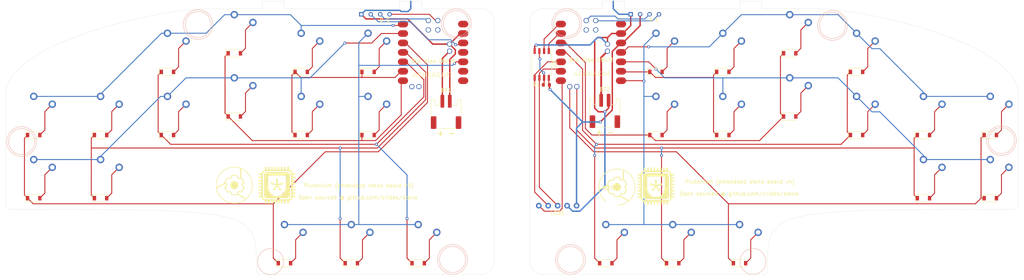
<source format=kicad_pcb>
(kicad_pcb (version 20211014) (generator pcbnew)
  (layers (0 "F.Cu" signal) (31 "B.Cu" signal) (34 "B.Paste" user) (35 "F.Paste" user) (36 "B.SilkS" user "B.Silkscreen") (37 "F.SilkS" user "F.Silkscreen") (38 "B.Mask" user) (39 "F.Mask" user) (44 "Edge.Cuts" user))
  (net 0 "")
  (net 1 "GND")
  (net 2 "Net-(BT1-Pad1)")
  (net 3 "SWD")
  (net 4 "SWC")
  (net 5 "R1")
  (net 6 "C1")
  (net 7 "C2")
  (net 8 "C3")
  (net 9 "C4")
  (net 10 "C5")
  (net 11 "Net-(BT2-Pad1)")
  (net 12 "R2")
  (net 13 "R3")
  (net 14 "+3V3")
  (net 15 "MISO")
  (net 16 "R4")
  (net 17 "R5")
  (net 18 "DQ2")
  (net 19 "FLASH_CS")
  (net 20 "MOSI")
  (net 21 "SCLK")
  (net 22 "LCD_CS")
  (net 26 "3V3_L")
  (net 27 "SWD_L")
  (net 28 "SWC_L")
  (net 29 "C1_L")
  (net 30 "C2_L")
  (net 31 "C3_L")
  (net 32 "C4_L")
  (net 33 "C5_L")
  (net 34 "R6")
  (footprint "xiao:xiao-ble-smd-cutout" (layer "F.Cu") (at 120.615832 72.452025)
    (fp_text reference "U2" hide)
    (fp_text value "xiao-ble" hide)
  )
  (footprint "pg1350:pg1350-D" (layer "F.Cu") (at -29.384171 94.702023)
    (fp_text reference "K1" hide)
    (fp_text value "diode-choc")
  )
  (footprint "pg1350:pg1350-D" (layer "F.Cu") (at -11.384169 94.702025)
    (fp_text reference "K2" hide)
    (fp_text value "diode-choc")
  )
  (footprint "pg1350:pg1350-D" (layer "F.Cu") (at 6.615832 77.702024)
    (fp_text reference "K3" hide)
    (fp_text value "diode-choc")
  )
  (footprint "pg1350:pg1350-D" (layer "F.Cu") (at 24.615832 72.702024)
    (fp_text reference "K4" hide)
    (fp_text value "diode-choc")
  )
  (footprint "pg1350:pg1350-D" (layer "F.Cu") (at 42.615833 77.702022)
    (fp_text reference "K5" hide)
    (fp_text value "diode-choc")
  )
  (footprint "pg1350:pg1350-D" (layer "F.Cu") (at -29.384169 111.702025)
    (fp_text reference "K6" hide)
    (fp_text value "diode-choc")
  )
  (footprint "pg1350:pg1350-D" (layer "F.Cu") (at -11.384169 111.702025)
    (fp_text reference "K7" hide)
    (fp_text value "diode-choc")
  )
  (footprint "pg1350:pg1350-D" (layer "F.Cu") (at 6.615831 94.702025)
    (fp_text reference "K8" hide)
    (fp_text value "diode-choc")
  )
  (footprint "pg1350:pg1350-D" (layer "F.Cu") (at 24.615831 89.702025)
    (fp_text reference "K9" hide)
    (fp_text value "diode-choc")
  )
  (footprint "pg1350:pg1350-D" (layer "F.Cu") (at 42.615831 94.702025)
    (fp_text reference "K10" hide)
    (fp_text value "diode-choc")
  )
  (footprint "pg1350:pg1350-D" (layer "F.Cu") (at 38.115831 129.202025)
    (fp_text reference "K11" hide)
    (fp_text value "diode-choc")
  )
  (footprint "pg1350:pg1350-D" (layer "F.Cu") (at 56.115831 129.202025)
    (fp_text reference "K12" hide)
    (fp_text value "diode-choc")
  )
  (footprint "pg1350:pg1350-D" (layer "F.Cu") (at 74.115831 129.202023)
    (fp_text reference "K13" hide)
    (fp_text value "diode-choc")
  )
  (footprint "pg1350:pg1350-D" (layer "F.Cu") (at 60.615831 94.702025)
    (fp_text reference "K14" hide)
    (fp_text value "diode-choc")
  )
  (footprint "pg1350:pg1350-D" (layer "F.Cu") (at 60.615831 77.702025)
    (fp_text reference "K15" hide)
    (fp_text value "diode-choc")
  )
  (footprint "pg1350:pg1350-D" (layer "F.Cu") (at 228.115832 94.70203)
    (fp_text reference "K16" hide)
    (fp_text value "diode-choc")
  )
  (footprint "pg1350:pg1350-D" (layer "F.Cu") (at 210.115832 94.70203)
    (fp_text reference "K17" hide)
    (fp_text value "diode-choc")
  )
  (footprint "pg1350:pg1350-D" (layer "F.Cu") (at 192.115832 77.70203)
    (fp_text reference "K18" hide)
    (fp_text value "diode-choc")
  )
  (footprint "pg1350:pg1350-D" (layer "F.Cu") (at 174.115832 72.70203)
    (fp_text reference "K19" hide)
    (fp_text value "diode-choc")
  )
  (footprint "pg1350:pg1350-D" (layer "F.Cu") (at 156.115832 77.70203)
    (fp_text reference "K20" hide)
    (fp_text value "diode-choc")
  )
  (footprint "pg1350:pg1350-D" (layer "F.Cu") (at 228.115832 111.70203)
    (fp_text reference "K21" hide)
    (fp_text value "diode-choc")
  )
  (footprint "pg1350:pg1350-D" (layer "F.Cu") (at 210.115832 111.70203)
    (fp_text reference "K22" hide)
    (fp_text value "diode-choc")
  )
  (footprint "pg1350:pg1350-D" (layer "F.Cu") (at 192.115832 94.70203)
    (fp_text reference "K23" hide)
    (fp_text value "diode-choc")
  )
  (footprint "pg1350:pg1350-D" (layer "F.Cu") (at 174.115832 89.70203)
    (fp_text reference "K24" hide)
    (fp_text value "diode-choc")
  )
  (footprint "pg1350:pg1350-D" (layer "F.Cu") (at 156.115832 94.70203)
    (fp_text reference "K25" hide)
    (fp_text value "diode-choc")
  )
  (footprint "pg1350:pg1350-D" (layer "F.Cu") (at 160.615832 129.20203)
    (fp_text reference "K26" hide)
    (fp_text value "diode-choc")
  )
  (footprint "pg1350:pg1350-D" (layer "F.Cu") (at 142.615832 129.20203)
    (fp_text reference "K27" hide)
    (fp_text value "diode-choc")
  )
  (footprint "pg1350:pg1350-D" (layer "F.Cu") (at 124.615832 129.20203)
    (fp_text reference "K28" hide)
    (fp_text value "diode-choc")
  )
  (footprint "pg1350:pg1350-D" (layer "F.Cu") (at 138.115832 94.702025)
    (fp_text reference "K29" hide)
    (fp_text value "diode-choc")
  )
  (footprint "pg1350:pg1350-D" (layer "F.Cu") (at 138.115832 77.70203)
    (fp_text reference "K30" hide)
    (fp_text value "diode-choc")
  )
  (footprint "keeb-libs:debug-port-single-side" (layer "F.Cu") (at 62.615831 62.202025)
    (fp_text reference "J1" hide)
    (fp_text value "Conn_01x04" hide)
  )
  (footprint "Keebio-parts:breakaway-hole-big" (layer "F.Cu") (at 125.615832 60.702025)
    (fp_text reference "REF**" hide)
    (fp_text value "breakaway-hole-big" hide)
  )
  (footprint "MountingHole:MountingHole_3.2mm_M3" (layer "F.Cu") (at 91.115831 128.702025)
    (fp_text reference "H2" hide)
    (fp_text value "MountingHole")
  )
  (footprint "MountingHole:MountingHole_3.2mm_M3" (layer "F.Cu") (at 107.615832 128.702025)
    (fp_text reference "H3" hide)
    (fp_text value "MountingHole")
  )
  (footprint "Keebio-parts:breakaway-hole-big" (layer "F.Cu") (at 124.365832 60.702025)
    (fp_text reference "REF**" hide)
    (fp_text value "breakaway-hole-big" hide)
  )
  (footprint "misc:embedded" (layer "F.Cu") (at 138.115832 108.452025)
    (fp_text reference "REF**" hide)
    (fp_text value "embedded")
  )
  (footprint "Keebio-parts:breakaway-hole-big" (layer "F.Cu") (at 73.115832 60.702025)
    (fp_text reference "REF**" hide)
    (fp_text value "breakaway-hole-big" hide)
  )
  (footprint "Connector_JST:JST_PH_S2B-PH-SM4-TB_1x02-1MP_P2.00mm_Horizontal" (layer "F.Cu") (at 124.365832 88.202025)
    (fp_text reference "BT2")
    (fp_text value "Battery_Cell")
  )
  (footprint "Keebio-parts:breakaway-mousebites" (layer "F.Cu") (at 35.115832 60.702025)
    (fp_text reference "REF**" hide)
    (fp_text value "breakaway-mousebites" hide)
  )
  (footprint "MountingHole:MountingHole_3.2mm_M3" (layer "F.Cu") (at 91.115831 64.202025)
    (fp_text reference "H1" hide)
    (fp_text value "MountingHole")
  )
  (footprint "Keebio-parts:breakaway-hole-big" (layer "F.Cu") (at 127.615832 60.702025)
    (fp_text reference "REF**" hide)
    (fp_text value "breakaway-hole-big" hide)
  )
  (footprint "MountingHole:MountingHole_3.2mm_M3" (layer "F.Cu") (at 126.115832 113.202025)
    (fp_text reference "REF**")
    (fp_text value "MountingHole_3.2mm_M3")
  )
  (footprint "keeb-libs:debug-port-single-side" (layer "F.Cu") (at 135.115832 62.202025)
    (fp_text reference "J2" hide)
    (fp_text value "Conn_01x04" hide)
  )
  (footprint "Package_SO:SOIC-8_5.23x5.23mm_P1.27mm" (layer "F.Cu") (at 107.365832 75.702025 -90)
    (fp_text reference "U3")
    (fp_text value "MT25QL128ABA1ESE")
  )
  (footprint "Resistor_SMD:R_0603_1608Metric" (layer "F.Cu") (at 108.615832 81.202025)
    (fp_text reference "R1")
    (fp_text value "100k")
  )
  (footprint "xiao:xiao-ble-smd" (layer "F.Cu") (at 78.115831 72.452025)
    (fp_text reference "U1" hide)
    (fp_text value "xiao-ble" hide)
  )
  (footprint "Keebio-parts:breakaway-hole-big" (layer "F.Cu") (at 69.865832 60.702025)
    (fp_text reference "REF**" hide)
    (fp_text value "breakaway-hole-big" hide)
  )
  (footprint "misc:embedded" (layer "F.Cu") (at 36.115831 108.202025)
    (fp_text reference "REF**" hide)
    (fp_text value "embedded")
  )
  (footprint "display:adafruit-sharp-memory-display-1.3in-no-mounting-no-useless" (layer "F.Cu") (at 109.115832 96.702025)
    (fp_text reference "LCD1")
    (fp_text value "adafruit-sharp-memory-display-no-useless")
  )
  (footprint "misc:crides-neg" (layer "F.Cu") (at 127.615832 108.702025)
    (fp_text reference "REF**" hide)
    (fp_text value "crides-neg")
  )
  (footprint "MountingHole:MountingHole_3.2mm_M3" (layer "F.Cu") (at 107.615832 64.202025)
    (fp_text reference "H4" hide)
    (fp_text value "MountingHole")
  )
  (footprint "misc:crides-neg" (layer "F.Cu") (at 24.615832 108.202025)
    (fp_text reference "REF**" hide)
    (fp_text value "crides-neg")
  )
  (footprint "Keebio-parts:breakaway-hole-big" (layer "F.Cu") (at 128.865832 60.702025)
    (fp_text reference "REF**" hide)
    (fp_text value "breakaway-hole-big" hide)
  )
  (footprint "Keebio-parts:breakaway-hole-big" (layer "F.Cu") (at 74.365832 60.702025)
    (fp_text reference "REF**" hide)
    (fp_text value "breakaway-hole-big" hide)
  )
  (footprint "Keebio-parts:breakaway-hole-big" (layer "F.Cu") (at 71.115832 60.702025)
    (fp_text reference "REF**" hide)
    (fp_text value "breakaway-hole-big" hide)
  )
  (footprint "Connector_JST:JST_PH_S2B-PH-SM4-TB_1x02-1MP_P2.00mm_Horizontal" (layer "F.Cu") (at 81.615831 88.452025)
    (fp_text reference "BT1")
    (fp_text value "Battery_Cell")
  )
  (footprint "Keebio-parts:breakaway-mousebites" (layer "B.Cu") (at 163.615832 60.702035 180)
    (fp_text reference "REF**" hide)
    (fp_text value "breakaway-mousebites" hide)
  )
  (gr_circle (center 185.615832 65.202025) (end 189.615831 65.202023) (layer "B.SilkS") (width 0.12) (fill none))
  (gr_circle (center 164.222757 128.730479) (end 167.543825 129.835246) (layer "B.SilkS") (width 0.12) (fill none))
  (gr_circle (center 231.115835 96.202025) (end 234.911338 97.464622) (layer "B.SilkS") (width 0.12) (fill none))
  (gr_circle (center 231.115835 96.202025) (end 234.436899 97.306796) (layer "B.SilkS") (width 0.12) (fill none))
  (gr_circle (center 34.370377 128.776788) (end 37.691445 127.672017) (layer "B.SilkS") (width 0.12) (fill none))
  (gr_circle (center -32.634169 96.452025) (end -29.313102 95.347254) (layer "B.SilkS") (width 0.12) (fill none))
  (gr_circle (center -32.634169 96.452025) (end -28.838663 95.189432) (layer "B.SilkS") (width 0.12) (fill none))
  (gr_circle (center 115.115832 128.202025) (end 118.436899 127.097254) (layer "B.SilkS") (width 0.12) (fill none))
  (gr_circle (center 114.115832 64.702025) (end 117.436899 63.597254) (layer "B.SilkS") (width 0.12) (fill none))
  (gr_circle (center 84.365831 64.702025) (end 87.686898 63.597254) (layer "B.SilkS") (width 0.12) (fill none))
  (gr_circle (center 115.115832 128.202025) (end 118.911338 126.939432) (layer "B.SilkS") (width 0.12) (fill none))
  (gr_circle (center 14.865831 64.952025) (end 18.186898 63.847254) (layer "B.SilkS") (width 0.12) (fill none))
  (gr_circle (center 84.365831 64.702025) (end 88.161337 63.439432) (layer "B.SilkS") (width 0.12) (fill none))
  (gr_circle (center 83.365831 128.202025) (end 86.686898 127.097254) (layer "B.SilkS") (width 0.12) (fill none))
  (gr_circle (center 185.61583 65.202026) (end 189.115828 65.202023) (layer "B.SilkS") (width 0.12) (fill none))
  (gr_circle (center 83.365831 128.202025) (end 87.161337 126.939432) (layer "B.SilkS") (width 0.12) (fill none))
  (gr_circle (center 14.865831 64.952025) (end 18.661337 63.689432) (layer "B.SilkS") (width 0.12) (fill none))
  (gr_circle (center 114.115832 64.702025) (end 117.911338 63.439432) (layer "B.SilkS") (width 0.12) (fill none))
  (gr_curve (pts (xy -36.88417 83.702021) (xy -36.884169 69.702025) (xy 5.115831 60.702025) (xy 17.115828 60.702025)) (layer "Edge.Cuts") (width 0.05))
  (gr_curve (pts (xy -35.884169 114.702021) (xy 30.615831 114.702025) (xy 30.615831 114.702025) (xy 30.615834 131.202022)) (layer "Edge.Cuts") (width 0.05))
  (gr_line (start 31.615831 132.202023) (end 91.115831 132.202025) (layer "Edge.Cuts") (width 0.05))
  (gr_line (start 123.615832 58.702035) (end 129.615832 58.702035) (layer "Edge.Cuts") (width 0.05))
  (gr_curve (pts (xy 234.615833 114.702031) (xy 168.115833 114.702035) (xy 168.115833 114.702035) (xy 168.11583 131.202032)) (layer "Edge.Cuts") (width 0.05))
  (gr_line (start 75.115832 58.702025) (end 69.115832 58.702025) (layer "Edge.Cuts") (width 0.05))
  (gr_line (start 160.615832 60.702035) (end 129.615832 60.702035) (layer "Edge.Cuts") (width 0.05))
  (gr_arc (start 91.115833 60.702025) (mid 93.590706 61.727152) (end 94.615831 64.202025) (layer "Edge.Cuts") (width 0.05))
  (gr_line (start 32.115832 60.702025) (end 32.115832 58.702025) (layer "Edge.Cuts") (width 0.05))
  (gr_line (start 75.115832 60.702025) (end 91.115833 60.702025) (layer "Edge.Cuts") (width 0.05))
  (gr_line (start 75.115832 58.702025) (end 75.115832 60.702025) (layer "Edge.Cuts") (width 0.05))
  (gr_arc (start 107.615833 132.202035) (mid 105.140959 131.176909) (end 104.115833 128.702035) (layer "Edge.Cuts") (width 0.05))
  (gr_line (start 17.115828 60.702025) (end 32.115832 60.702025) (layer "Edge.Cuts") (width 0.05))
  (gr_line (start 38.115832 60.702025) (end 69.115832 60.702025) (layer "Edge.Cuts") (width 0.05))
  (gr_arc (start 168.11583 131.202032) (mid 167.822937 131.909137) (end 167.115832 132.20203) (layer "Edge.Cuts") (width 0.05))
  (gr_line (start 94.615831 64.202025) (end 94.615831 128.702025) (layer "Edge.Cuts") (width 0.05))
  (gr_arc (start 31.615832 132.20202) (mid 30.908727 131.909127) (end 30.615834 131.202022) (layer "Edge.Cuts") (width 0.05))
  (gr_line (start 181.615836 60.702035) (end 166.615832 60.702035) (layer "Edge.Cuts") (width 0.05))
  (gr_line (start 123.615832 58.702035) (end 123.615832 60.702035) (layer "Edge.Cuts") (width 0.05))
  (gr_line (start 69.115832 60.702025) (end 69.115832 58.702025) (layer "Edge.Cuts") (width 0.05))
  (gr_line (start -36.884168 113.702022) (end -36.88417 83.702021) (layer "Edge.Cuts") (width 0.05))
  (gr_arc (start -35.884169 114.702021) (mid -36.591275 114.409128) (end -36.884168 113.702022) (layer "Edge.Cuts") (width 0.05))
  (gr_line (start 104.115833 64.202035) (end 104.115833 128.702035) (layer "Edge.Cuts") (width 0.05))
  (gr_arc (start 94.615831 128.702025) (mid 93.590705 131.176899) (end 91.115831 132.202025) (layer "Edge.Cuts") (width 0.05))
  (gr_line (start 38.115832 58.702025) (end 38.115832 60.702025) (layer "Edge.Cuts") (width 0.05))
  (gr_arc (start 104.115833 64.202035) (mid 105.140958 61.727162) (end 107.615831 60.702035) (layer "Edge.Cuts") (width 0.05))
  (gr_line (start 160.615832 58.702035) (end 166.615832 58.702035) (layer "Edge.Cuts") (width 0.05))
  (gr_line (start 167.115833 132.202033) (end 107.615833 132.202035) (layer "Edge.Cuts") (width 0.05))
  (gr_arc (start 235.615832 113.702032) (mid 235.322939 114.409138) (end 234.615833 114.702031) (layer "Edge.Cuts") (width 0.05))
  (gr_line (start 166.615832 60.702035) (end 166.615832 58.702035) (layer "Edge.Cuts") (width 0.05))
  (gr_line (start 160.615832 58.702035) (end 160.615832 60.702035) (layer "Edge.Cuts") (width 0.05))
  (gr_line (start 123.615832 60.702035) (end 107.615831 60.702035) (layer "Edge.Cuts") (width 0.05))
  (gr_line (start 129.615832 60.702035) (end 129.615832 58.702035) (layer "Edge.Cuts") (width 0.05))
  (gr_line (start 235.615832 113.702032) (end 235.615834 83.702031) (layer "Edge.Cuts") (width 0.05))
  (gr_curve (pts (xy 235.615834 83.702031) (xy 235.615833 69.702035) (xy 193.615833 60.702035) (xy 181.615836 60.702035)) (layer "Edge.Cuts") (width 0.05))
  (gr_line (start 38.115832 58.702025) (end 32.115832 58.702025) (layer "Edge.Cuts") (width 0.05))
  (gr_text "+ -" (at 81.615831 94.202025) (layer "F.SilkS") (effects (font (size 1.5 1.5) (thickness 0.3))))
  (gr_text "BLE Xiao ONLY!" (at 120.615832 74.452025) (layer "F.SilkS") (effects (font (size 1 1))))
  (gr_text "+ -" (at 124.365832 93.952025) (layer "F.SilkS") (effects (font (size 1.5 1.5) (thickness 0.3))))
  (gr_text "  Plutonium (embedded steno board v4)\n\nOpen sourced @ github.com/crides/steno" (at 144.365832 108.880599) (layer "F.SilkS") (effects (font (size 1 1)) (justify left)))
  (gr_text "BLE Xiao ONLY!" (at 78.115831 74.807025) (layer "F.SilkS") (effects (font (size 1 1))))
  (gr_text "JLCJLCJLCJLC" (at 77.615831 78.452025) (layer "F.SilkS") (effects (font (size 1 1))))
  (gr_text "JLCJLCJLCJLC" (at 120.865832 78.202025) (layer "F.SilkS") (effects (font (size 1 1))))
  (gr_text "  Plutonium (embedded steno board v4)\n\nOpen sourced @ github.com/crides/steno" (at 41.767562 109.887816) (layer "F.SilkS") (effects (font (size 1 1)) (justify left)))
  (segment (start 121.615832 70.230025) (end 121.615832 69.202025) (width 0.381) (layer "F.Cu") (net 1))
  (segment (start 85.418831 67.372025) (end 82.560831 70.230025) (width 0.381) (layer "F.Cu") (net 1))
  (segment (start 122.615832 88.452025) (end 124.365832 88.452025) (width 0.381) (layer "F.Cu") (net 1))
  (segment (start 58.805831 62.202025) (end 60.055831 63.452025) (width 0.381) (layer "F.Cu") (net 1))
  (segment (start 122.365832 68.452025) (end 125.115832 68.452025) (width 0.381) (layer "F.Cu") (net 1))
  (segment (start 84.115831 71.785025) (end 84.115831 72.879525) (width 0.381) (layer "F.Cu") (net 1))
  (segment (start 82.615831 74.379525) (end 82.615831 85.602025) (width 0.381) (layer "F.Cu") (net 1))
  (segment (start 131.305832 62.202025) (end 131.305832 65.251985) (width 0.381) (layer "F.Cu") (net 1))
  (segment (start 125.365832 87.452025) (end 125.365832 85.352025) (width 0.381) (layer "F.Cu") (net 1))
  (segment (start 129.185792 67.372025) (end 126.195832 67.372025) (width 0.381) (layer "F.Cu") (net 1))
  (segment (start 121.615832 70.230025) (end 121.615832 87.452025) (width 0.381) (layer "F.Cu") (net 1))
  (segment (start 71.260831 63.452025) (end 78.038831 70.230025) (width 0.381) (layer "F.Cu") (net 1))
  (segment (start 131.305832 65.251985) (end 129.185792 67.372025) (width 0.381) (layer "F.Cu") (net 1))
  (segment (start 105.460832 70.857025) (end 105.460832 72.102025) (width 0.381) (layer "F.Cu") (net 1))
  (segment (start 105.865832 70.452025) (end 105.460832 70.857025) (width 0.381) (layer "F.Cu") (net 1))
  (segment (start 60.055831 63.452025) (end 71.260831 63.452025) (width 0.381) (layer "F.Cu") (net 1))
  (segment (start 121.615832 87.452025) (end 122.615832 88.452025) (width 0.381) (layer "F.Cu") (net 1))
  (segment (start 121.615832 69.202025) (end 122.365832 68.452025) (width 0.381) (layer "F.Cu") (net 1))
  (segment (start 84.115831 72.879525) (end 82.615831 74.379525) (width 0.381) (layer "F.Cu") (net 1))
  (segment (start 124.365832 88.452025) (end 125.365832 87.452025) (width 0.381) (layer "F.Cu") (net 1))
  (segment (start 86.685791 67.372025) (end 85.418831 67.372025) (width 0.381) (layer "F.Cu") (net 1))
  (segment (start 125.060832 68.507025) (end 125.060832 70.230025) (width 0.381) (layer "F.Cu") (net 1))
  (segment (start 126.195832 67.372025) (end 125.060832 68.507025) (width 0.381) (layer "F.Cu") (net 1))
  (segment (start 78.038831 70.230025) (end 82.560831 70.230025) (width 0.381) (layer "F.Cu") (net 1))
  (segment (start 82.560831 70.230025) (end 84.115831 71.785025) (width 0.381) (layer "F.Cu") (net 1))
  (via (at 124.365832 88.452025) (size 0.8) (drill 0.4) (layers "F.Cu" "B.Cu") (net 1))
  (via (at 105.865832 70.452025) (size 0.8) (drill 0.4) (layers "F.Cu" "B.Cu") (net 1))
  (segment (start 120.365832 70.452025) (end 122.365832 68.452025) (width 0.381) (layer "B.Cu") (net 1))
  (segment (start 69.511482 61.452025) (end 71.365832 61.452025) (width 0.381) (layer "B.Cu") (net 1))
  (segment (start 115.677832 115.202025) (end 117.615832 115.202025) (width 0.381) (layer "B.Cu") (net 1))
  (segment (start 131.305832 62.202025) (end 128.115832 62.202025) (width 0.381) (layer "B.Cu") (net 1))
  (segment (start 58.805831 62.202025) (end 59.865811 61.142045) (width 0.381) (layer "B.Cu") (net 1))
  (segment (start 117.615832 115.202025) (end 124.365832 108.452025) (width 0.381) (layer "B.Cu") (net 1))
  (segment (start 59.865811 61.142045) (end 69.201502 61.142045) (width 0.381) (layer "B.Cu") (net 1))
  (segment (start 114.195832 113.720025) (end 115.677832 115.202025) (width 0.381) (layer "B.Cu") (net 1))
  (segment (start 72.115832 60.702025) (end 72.115832 58.702025) (width 0.381) (layer "B.Cu") (net 1))
  (segment (start 69.201502 61.142045) (end 69.511482 61.452025) (width 0.381) (layer "B.Cu") (net 1))
  (segment (start 124.365832 108.452025) (end 124.365832 88.452025) (width 0.381) (layer "B.Cu") (net 1))
  (segment (start 126.615832 60.702025) (end 126.615832 58.702025) (width 0.381) (layer "B.Cu") (net 1))
  (segment (start 122.365832 68.452025) (end 123.282832 68.452025) (width 0.381) (layer "B.Cu") (net 1))
  (segment (start 128.115832 62.202025) (end 126.615832 60.702025) (width 0.381) (layer "B.Cu") (net 1))
  (segment (start 123.282832 68.452025) (end 125.060832 70.230025) (width 0.381) (layer "B.Cu") (net 1))
  (segment (start 71.365832 61.452025) (end 72.115832 60.702025) (width 0.381) (layer "B.Cu") (net 1))
  (segment (start 105.865832 70.452025) (end 120.365832 70.452025) (width 0.381) (layer "B.Cu") (net 1))
  (segment (start 80.615831 85.602025) (end 80.615831 74.080025) (width 0.381) (layer "F.Cu") (net 2))
  (segment (start 80.615831 74.080025) (end 82.560831 72.135025) (width 0.381) (layer "F.Cu") (net 2))
  (segment (start 120.523832 62.702025) (end 127.115832 62.702025) (width 0.254) (layer "B.Cu") (net 3))
  (segment (start 119.345832 63.880025) (end 120.523832 62.702025) (width 0.254) (layer "B.Cu") (net 3))
  (segment (start 127.865832 63.452025) (end 135.135832 63.452025) (width 0.254) (layer "B.Cu") (net 3))
  (segment (start 127.115832 62.702025) (end 127.865832 63.452025) (width 0.254) (layer "B.Cu") (net 3))
  (segment (start 135.135832 63.452025) (end 136.385832 62.202025) (width 0.254) (layer "B.Cu") (net 3))
  (segment (start 137.175832 63.952025) (end 138.925832 62.202025) (width 0.254) (layer "B.Cu") (net 4))
  (segment (start 121.957832 63.952025) (end 137.175832 63.952025) (width 0.254) (layer "B.Cu") (net 4))
  (segment (start 121.885832 63.880025) (end 121.957832 63.952025) (width 0.254) (layer "B.Cu") (net 4))
  (segment (start 136.115832 70.952025) (end 130.685792 70.952025) (width 0.254) (layer "F.Cu") (net 5))
  (segment (start 130.685792 70.952025) (end 129.185792 72.452025) (width 0.254) (layer "F.Cu") (net 5))
  (via (at 136.115832 70.952025) (size 0.8) (drill 0.4) (layers "F.Cu" "B.Cu") (net 5))
  (segment (start 210.115831 84.302031) (end 228.11583 84.302033) (width 0.254) (layer "B.Cu") (net 5))
  (segment (start 198.365832 71.45203) (end 210.115832 83.20203) (width 0.254) (layer "B.Cu") (net 5))
  (segment (start 192.115833 67.302031) (end 196.265832 71.45203) (width 0.254) (layer "B.Cu") (net 5))
  (segment (start 196.265832 71.45203) (end 198.365832 71.45203) (width 0.254) (layer "B.Cu") (net 5))
  (segment (start 161.115834 62.302028) (end 187.11583 62.302028) (width 0.254) (layer "B.Cu") (net 5))
  (segment (start 152.465837 70.952025) (end 156.115832 67.30203) (width 0.254) (layer "B.Cu") (net 5))
  (segment (start 187.11583 62.302028) (end 192.115834 67.30203) (width 0.254) (layer "B.Cu") (net 5))
  (segment (start 136.115832 70.952025) (end 152.465837 70.952025) (width 0.254) (layer "B.Cu") (net 5))
  (segment (start 156.115832 67.30203) (end 161.115834 62.302028) (width 0.254) (layer "B.Cu") (net 5))
  (segment (start 210.115832 83.20203) (end 210.115832 84.30203) (width 0.254) (layer "B.Cu") (net 5))
  (segment (start 226.46583 111.702029) (end 225.61583 111.702029) (width 0.254) (layer "F.Cu") (net 6))
  (segment (start 157.615832 113.20203) (end 157.615832 117.20203) (width 0.254) (layer "F.Cu") (net 6))
  (segment (start 157.615832 113.20203) (end 143.615827 99.202025) (width 0.254) (layer "F.Cu") (net 6))
  (segment (start 224.115829 113.20203) (end 157.615832 113.20203) (width 0.254) (layer "F.Cu") (net 6))
  (segment (start 143.615827 99.202025) (end 121.365832 99.202025) (width 0.254) (layer "F.Cu") (net 6))
  (segment (start 157.615832 127.852037) (end 157.615831 117.202027) (width 0.254) (layer "F.Cu") (net 6))
  (segment (start 121.365832 99.202025) (end 114.900832 92.737025) (width 0.254) (layer "F.Cu") (net 6))
  (segment (start 225.61583 111.702029) (end 225.61583 95.552027) (width 0.254) (layer "F.Cu") (net 6))
  (segment (start 225.61583 95.552027) (end 226.465826 94.702029) (width 0.254) (layer "F.Cu") (net 6))
  (segment (start 114.900832 92.737025) (end 114.900832 81.660025) (width 0.254) (layer "F.Cu") (net 6))
  (segment (start 158.965828 129.20203) (end 157.615832 127.852037) (width 0.254) (layer "F.Cu") (net 6))
  (segment (start 225.61583 111.702029) (end 224.115829 113.20203) (width 0.254) (layer "F.Cu") (net 6))
  (segment (start 207.615828 110.852032) (end 208.465829 111.70203) (width 0.254) (layer "F.Cu") (net 7))
  (segment (start 140.965829 129.202024) (end 139.615834 127.852035) (width 0.254) (layer "F.Cu") (net 7))
  (segment (start 139.615833 117.20203) (end 139.615832 100.202025) (width 0.254) (layer "F.Cu") (net 7))
  (segment (start 207.615832 95.55203) (end 207.615832 98.202025) (width 0.254) (layer "F.Cu") (net 7))
  (segment (start 208.465832 94.70203) (end 207.615832 95.55203) (width 0.254) (layer "F.Cu") (net 7))
  (segment (start 139.615834 127.852035) (end 139.615833 117.20203) (width 0.254) (layer "F.Cu") (net 7))
  (segment (start 207.615832 98.202025) (end 207.615832 110.852028) (width 0.254) (layer "F.Cu") (net 7))
  (segment (start 116.805832 81.660025) (end 116.805832 93.392025) (width 0.254) (layer "F.Cu") (net 7))
  (segment (start 139.615832 98.202025) (end 207.615832 98.202025) (width 0.254) (layer "F.Cu") (net 7))
  (segment (start 116.805832 93.392025) (end 121.615832 98.202025) (width 0.254) (layer "F.Cu") (net 7))
  (segment (start 121.615832 98.202025) (end 139.615832 98.202025) (width 0.254) (layer "F.Cu") (net 7))
  (via (at 139.615832 100.202025) (size 0.8) (drill 0.4) (layers "F.Cu" "B.Cu") (net 7))
  (via (at 139.615832 98.202025) (size 0.8) (drill 0.4) (layers "F.Cu" "B.Cu") (net 7))
  (segment (start 139.615832 100.202025) (end 139.615832 98.202025) (width 0.254) (layer "B.Cu") (net 7))
  (segment (start 190.465828 77.70203) (end 189.615828 78.552032) (width 0.254) (layer "F.Cu") (net 8))
  (segment (start 189.615828 78.552032) (end 189.61583 93.852029) (width 0.254) (layer "F.Cu") (net 8))
  (segment (start 189.61583 93.852029) (end 190.465829 94.702029) (width 0.254) (layer "F.Cu") (net 8))
  (segment (start 121.615832 127.85203) (end 122.965832 129.20203) (width 0.254) (layer "F.Cu") (net 8))
  (segment (start 121.615832 100.202025) (end 121.615832 127.85203) (width 0.254) (layer "F.Cu") (net 8))
  (segment (start 113.865832 72.452025) (end 118.365832 76.952025) (width 0.254) (layer "F.Cu") (net 8))
  (segment (start 118.365832 93.452025) (end 122.115837 97.20203) (width 0.254) (layer "F.Cu") (net 8))
  (segment (start 122.115837 97.20203) (end 187.965832 97.20203) (width 0.254) (layer "F.Cu") (net 8))
  (segment (start 112.045872 72.452025) (end 113.865832 72.452025) (width 0.254) (layer "F.Cu") (net 8))
  (segment (start 187.965832 97.20203) (end 190.465832 94.70203) (width 0.254) (layer "F.Cu") (net 8))
  (segment (start 118.365832 76.952025) (end 118.365832 93.452025) (width 0.254) (layer "F.Cu") (net 8))
  (via (at 122.115837 97.20203) (size 0.8) (drill 0.4) (layers "F.Cu" "B.Cu") (net 8))
  (via (at 121.615832 100.202025) (size 0.8) (drill 0.4) (layers "F.Cu" "B.Cu") (net 8))
  (segment (start 121.615832 100.202025) (end 121.615832 97.702035) (width 0.254) (layer "B.Cu") (net 8))
  (segment (start 121.615832 97.702035) (end 122.115837 97.20203) (width 0.254) (layer "B.Cu") (net 8))
  (segment (start 172.465827 72.702028) (end 171.61583 73.552026) (width 0.254) (layer "F.Cu") (net 9))
  (segment (start 171.615834 88.852032) (end 172.465826 89.702032) (width 0.254) (layer "F.Cu") (net 9))
  (segment (start 171.61583 73.552026) (end 171.615834 88.852032) (width 0.254) (layer "F.Cu") (net 9))
  (segment (start 120.865832 94.702025) (end 119.115832 92.952025) (width 0.254) (layer "F.Cu") (net 9))
  (segment (start 113.825832 69.912025) (end 112.045872 69.912025) (width 0.254) (layer "F.Cu") (net 9))
  (segment (start 137.965837 96.20203) (end 165.965832 96.202031) (width 0.254) (layer "F.Cu") (net 9))
  (segment (start 136.465832 94.702025) (end 137.965837 96.20203) (width 0.254) (layer "F.Cu") (net 9))
  (segment (start 136.465832 94.702025) (end 120.865832 94.702025) (width 0.254) (layer "F.Cu") (net 9))
  (segment (start 119.115832 75.202025) (end 113.825832 69.912025) (width 0.254) (layer "F.Cu") (net 9))
  (segment (start 119.115832 92.952025) (end 119.115832 75.202025) (width 0.254) (layer "F.Cu") (net 9))
  (segment (start 165.965832 96.202031) (end 172.465829 89.702034) (width 0.254) (layer "F.Cu") (net 9))
  (segment (start 154.465831 94.702029) (end 154.465825 94.70203) (width 0.254) (layer "F.Cu") (net 10))
  (segment (start 154.465829 77.702024) (end 153.615827 78.552031) (width 0.254) (layer "F.Cu") (net 10))
  (segment (start 153.615827 93.852032) (end 154.465825 94.70203) (width 0.254) (layer "F.Cu") (net 10))
  (segment (start 136.465832 77.70203) (end 137.965837 79.202035) (width 0.254) (layer "F.Cu") (net 10))
  (segment (start 153.615827 78.552031) (end 153.615827 79.202035) (width 0.254) (layer "F.Cu") (net 10))
  (segment (start 136.465832 77.70203) (end 129.355797 77.70203) (width 0.254) (layer "F.Cu") (net 10))
  (segment (start 129.355797 77.70203) (end 129.185792 77.532025) (width 0.254) (layer "F.Cu") (net 10))
  (segment (start 153.615827 79.202035) (end 153.615827 93.852032) (width 0.254) (layer "F.Cu") (net 10))
  (segment (start 137.965837 79.202035) (end 153.615827 79.202035) (width 0.254) (layer "F.Cu") (net 10))
  (segment (start 123.365832 85.352025) (end 123.365832 73.830025) (width 0.508) (layer "F.Cu") (net 11))
  (segment (start 123.365832 73.830025) (end 125.060832 72.135025) (width 0.508) (layer "F.Cu") (net 11))
  (segment (start 136.155832 74.992025) (end 129.185792 74.992025) (width 0.254) (layer "F.Cu") (net 12))
  (segment (start 138.115832 76.952025) (end 136.155832 74.992025) (width 0.254) (layer "F.Cu") (net 12))
  (via (at 138.115832 76.952025) (size 0.8) (drill 0.4) (layers "F.Cu" "B.Cu") (net 12))
  (segment (start 210.115831 101.302029) (end 228.115827 101.30203) (width 0.254) (layer "B.Cu") (net 12))
  (segment (start 228.115827 101.30203) (end 228.115829 101.302029) (width 0.254) (layer "B.Cu") (net 12))
  (segment (start 198.365832 88.45203) (end 210.11583 100.202028) (width 0.254) (layer "B.Cu") (net 12))
  (segment (start 156.115832 84.30203) (end 156.115832 79.30203) (width 0.254) (layer "B.Cu") (net 12))
  (segment (start 156.115832 79.30203) (end 187.115834 79.30203) (width 0.254) (layer "B.Cu") (net 12))
  (segment (start 140.465837 79.30203) (end 156.115832 79.30203) (width 0.254) (layer "B.Cu") (net 12))
  (segment (start 189.115829 81.302025) (end 192.115829 84.30203) (width 0.254) (layer "B.Cu") (net 12))
  (segment (start 196.265833 88.45203) (end 198.365832 88.45203) (width 0.254) (layer "B.Cu") (net 12))
  (segment (start 187.115834 79.30203) (end 189.115829 81.302025) (width 0.254) (layer "B.Cu") (net 12))
  (segment (start 192.115829 84.302026) (end 196.265833 88.45203) (width 0.254) (layer "B.Cu") (net 12))
  (segment (start 138.115832 76.952025) (end 140.465837 79.30203) (width 0.254) (layer "B.Cu") (net 12))
  (segment (start 210.11583 100.202028) (end 210.11583 101.302033) (width 0.254) (layer "B.Cu") (net 12))
  (segment (start 134.735832 80.072025) (end 129.185792 80.072025) (width 0.254) (layer "F.Cu") (net 13))
  (segment (start 134.865832 80.202025) (end 134.735832 80.072025) (width 0.254) (layer "F.Cu") (net 13))
  (via (at 134.865832 80.202025) (size 0.8) (drill 0.4) (layers "F.Cu" "B.Cu") (net 13))
  (segment (start 138.115831 84.302034) (end 138.115834 84.302028) (width 0.254) (layer "B.Cu") (net 13))
  (segment (start 160.615831 118.802033) (end 160.615834 118.802033) (width 0.254) (layer "B.Cu") (net 13))
  (segment (start 134.865832 84.302025) (end 134.865832 80.202025) (width 0.254) (layer "B.Cu") (net 13))
  (segment (start 134.865832 80.202025) (end 134.865832 70.55203) (width 0.254) (layer "B.Cu") (net 13))
  (segment (start 135.015828 118.802029) (end 160.615831 118.802033) (width 0.254) (layer "B.Cu") (net 13))
  (segment (start 124.615829 118.802028) (end 135.015828 118.802029) (width 0.254) (layer "B.Cu") (net 13))
  (segment (start 134.865832 84.302025) (end 134.865832 118.652033) (width 0.254) (layer "B.Cu") (net 13))
  (segment (start 138.115832 84.302025) (end 134.865832 84.302025) (width 0.254) (layer "B.Cu") (net 13))
  (segment (start 134.865832 70.55203) (end 138.115832 67.30203) (width 0.254) (layer "B.Cu") (net 13))
  (segment (start 128.655832 69.912025) (end 129.185792 69.912025) (width 0.381) (layer "F.Cu") (net 14))
  (segment (start 109.270832 81.032025) (end 109.440832 81.202025) (width 0.254) (layer "F.Cu") (net 14))
  (segment (start 126.365832 72.202025) (end 128.655832 69.912025) (width 0.381) (layer "F.Cu") (net 14))
  (segment (start 109.440832 82.277025) (end 109.615832 82.452025) (width 0.381) (layer "F.Cu") (net 14))
  (segment (start 109.270832 79.302025) (end 109.270832 81.032025) (width 0.254) (layer "F.Cu") (net 14))
  (segment (start 129.185792 69.912025) (end 133.845832 65.251985) (width 0.381) (layer "F.Cu") (net 14))
  (segment (start 123.115832 91.202025) (end 126.365832 87.952025) (width 0.381) (layer "F.Cu") (net 14))
  (segment (start 126.365832 87.952025) (end 126.365832 72.202025) (width 0.381) (layer "F.Cu") (net 14))
  (segment (start 133.845832 65.251985) (end 133.845832 62.202025) (width 0.381) (layer "F.Cu") (net 14))
  (segment (start 109.440832 81.202025) (end 109.440832 82.277025) (width 0.381) (layer "F.Cu") (net 14))
  (via (at 123.115832 91.202025) (size 0.8) (drill 0.4) (layers "F.Cu" "B.Cu") (net 14))
  (via (at 109.615832 82.452025) (size 0.8) (drill 0.4) (layers "F.Cu" "B.Cu") (net 14))
  (segment (start 118.365832 91.202025) (end 116.735832 92.832025) (width 0.381) (layer "B.Cu") (net 14))
  (segment (start 109.615832 82.452025) (end 118.365832 91.202025) (width 0.381) (layer "B.Cu") (net 14))
  (segment (start 123.115832 91.202025) (end 118.365832 91.202025) (width 0.381) (layer "B.Cu") (net 14))
  (segment (start 116.735832 92.832025) (end 116.735832 113.720025) (width 0.381) (layer "B.Cu") (net 14))
  (segment (start 108.000832 72.102025) (end 108.000832 68.877065) (width 0.254) (layer "F.Cu") (net 15))
  (segment (start 108.000832 68.877065) (end 112.045872 64.832025) (width 0.254) (layer "F.Cu") (net 15))
  (segment (start 69.175871 65.202025) (end 69.545871 64.832025) (width 0.254) (layer "F.Cu") (net 16))
  (segment (start 67.365831 65.202025) (end 69.175871 65.202025) (width 0.254) (layer "F.Cu") (net 16))
  (via (at 67.365831 65.202025) (size 0.8) (drill 0.4) (layers "F.Cu" "B.Cu") (net 16))
  (segment (start -29.384165 84.302022) (end -11.384172 84.302022) (width 0.254) (layer "B.Cu") (net 16))
  (segment (start -11.384172 84.302022) (end -11.38417 84.302026) (width 0.254) (layer "B.Cu") (net 16))
  (segment (start -11.384166 83.702022) (end 5.015832 67.302024) (width 0.254) (layer "B.Cu") (net 16))
  (segment (start 39.719352 62.302024) (end 42.615828 65.1985) (width 0.254) (layer "B.Cu") (net 16))
  (segment (start 67.365831 65.202025) (end 67.362311 65.198505) (width 0.254) (layer "B.Cu") (net 16))
  (segment (start -11.384166 84.302028) (end -11.384166 83.702022) (width 0.254) (layer "B.Cu") (net 16))
  (segment (start 22.015832 62.302024) (end 39.719352 62.302024) (width 0.254) (layer "B.Cu") (net 16))
  (segment (start 42.615828 65.1985) (end 42.615828 67.302023) (width 0.254) (layer "B.Cu") (net 16))
  (segment (start 5.015832 67.302024) (end 6.615832 67.302024) (width 0.254) (layer "B.Cu") (net 16))
  (segment (start 6.615832 67.302024) (end 17.015832 67.302024) (width 0.254) (layer "B.Cu") (net 16))
  (segment (start 67.362311 65.198505) (end 42.615833 65.198505) (width 0.254) (layer "B.Cu") (net 16))
  (segment (start 17.015832 67.302024) (end 22.015832 62.302024) (width 0.254) (layer "B.Cu") (net 16))
  (segment (start 54.365831 69.952025) (end 61.606079 69.952025) (width 0.254) (layer "F.Cu") (net 17))
  (segment (start 64.186079 67.372025) (end 69.545871 67.372025) (width 0.254) (layer "F.Cu") (net 17))
  (segment (start 61.606079 69.952025) (end 64.186079 67.372025) (width 0.254) (layer "F.Cu") (net 17))
  (via (at 54.365831 69.952025) (size 0.8) (drill 0.4) (layers "F.Cu" "B.Cu") (net 17))
  (segment (start -11.384169 101.302024) (end -11.384166 101.302026) (width 0.254) (layer "B.Cu") (net 17))
  (segment (start -29.384164 101.302024) (end -11.384169 101.302024) (width 0.254) (layer "B.Cu") (net 17))
  (segment (start 11.615833 79.302023) (end 6.615831 84.302025) (width 0.254) (layer "B.Cu") (net 17))
  (segment (start 42.615831 84.302025) (end 42.615832 79.302028) (width 0.254) (layer "B.Cu") (net 17))
  (segment (start 24.615833 79.302023) (end 11.615833 79.302023) (width 0.254) (layer "B.Cu") (net 17))
  (segment (start 45.015828 79.302028) (end 42.615832 79.302028) (width 0.254) (layer "B.Cu") (net 17))
  (segment (start -11.384165 101.302024) (end -11.384165 100.452021) (width 0.254) (layer "B.Cu") (net 17))
  (segment (start -11.384165 100.452021) (end 4.765831 84.302025) (width 0.254) (layer "B.Cu") (net 17))
  (segment (start 54.365831 69.952025) (end 45.015828 79.302028) (width 0.254) (layer "B.Cu") (net 17))
  (segment (start 24.615828 79.302028) (end 42.615832 79.302028) (width 0.254) (layer "B.Cu") (net 17))
  (segment (start 4.765831 84.302025) (end 6.615831 84.302025) (width 0.254) (layer "B.Cu") (net 17))
  (segment (start 106.730832 74.067025) (end 106.730832 72.102025) (width 0.254) (layer "F.Cu") (net 18))
  (segment (start 106.865832 74.202025) (end 106.730832 74.067025) (width 0.254) (layer "F.Cu") (net 18))
  (segment (start 108.000832 80.992025) (end 108.000832 79.302025) (width 0.254) (layer "F.Cu") (net 18))
  (segment (start 107.790832 81.202025) (end 108.000832 80.992025) (width 0.254) (layer "F.Cu") (net 18))
  (segment (start 107.881808 77.968001) (end 108.000832 78.087025) (width 0.254) (layer "F.Cu") (net 18))
  (segment (start 108.000832 78.087025) (end 108.000832 79.302025) (width 0.254) (layer "F.Cu") (net 18))
  (via (at 106.865832 74.202025) (size 0.8) (drill 0.4) (layers "F.Cu" "B.Cu") (net 18))
  (via (at 107.881808 77.968001) (size 0.8) (drill 0.4) (layers "F.Cu" "B.Cu") (net 18))
  (segment (start 106.865832 76.952025) (end 106.865832 74.202025) (width 0.254) (layer "B.Cu") (net 18))
  (segment (start 107.881808 77.968001) (end 106.865832 76.952025) (width 0.254) (layer "B.Cu") (net 18))
  (segment (start 109.270832 70.147065) (end 112.045872 67.372025) (width 0.254) (layer "F.Cu") (net 19))
  (segment (start 109.270832 72.102025) (end 109.270832 70.147065) (width 0.254) (layer "F.Cu") (net 19))
  (segment (start 109.115832 113.720025) (end 105.460832 110.065025) (width 0.254) (layer "F.Cu") (net 20))
  (segment (start 105.460832 110.065025) (end 105.460832 79.302025) (width 0.254) (layer "F.Cu") (net 20))
  (segment (start 108.970833 74.992025) (end 105.460832 78.502026) (width 0.254) (layer "F.Cu") (net 20))
  (segment (start 112.045872 74.992025) (end 108.970833 74.992025) (width 0.254) (layer "F.Cu") (net 20))
  (segment (start 105.460832 78.502026) (end 105.460832 79.302025) (width 0.254) (layer "F.Cu") (net 20))
  (segment (start 111.465872 76.952025) (end 107.865832 76.952025) (width 0.254) (layer "F.Cu") (net 21))
  (segment (start 112.045872 77.532025) (end 111.465872 76.952025) (width 0.254) (layer "F.Cu") (net 21))
  (segment (start 106.730832 79.302025) (end 106.730832 108.795025) (width 0.254) (layer "F.Cu") (net 21))
  (segment (start 106.730832 108.795025) (end 111.655832 113.720025) (width 0.254) (layer "F.Cu") (net 21))
  (segment (start 107.865832 76.952025) (end 106.730832 78.087025) (width 0.254) (layer "F.Cu") (net 21))
  (segment (start 106.730832 78.087025) (end 106.730832 79.302025) (width 0.254) (layer "F.Cu") (net 21))
  (segment (start 112.865832 114.502982) (end 112.865832 80.891985) (width 0.254) (layer "F.Cu") (net 22))
  (segment (start 106.575832 113.720025) (end 108.057832 115.202025) (width 0.254) (layer "F.Cu") (net 22))
  (segment (start 108.057832 115.202025) (end 112.166789 115.202025) (width 0.254) (layer "F.Cu") (net 22))
  (segment (start 112.865832 80.891985) (end 112.045872 80.072025) (width 0.254) (layer "F.Cu") (net 22))
  (segment (start 112.166789 115.202025) (end 112.865832 114.502982) (width 0.254) (layer "F.Cu") (net 22))
  (segment (start 84.196301 70.387495) (end 86.210321 70.387495) (width 0.254) (layer "F.Cu") (net 26))
  (segment (start 86.210321 70.387495) (end 86.685791 69.912025) (width 0.254) (layer "F.Cu") (net 26))
  (via (at 84.196301 70.387495) (size 0.8) (drill 0.4) (layers "F.Cu" "B.Cu") (net 26))
  (segment (start 84.196301 70.387495) (end 82.865831 69.057025) (width 0.254) (layer "B.Cu") (net 26))
  (segment (start 72.010831 64.202025) (end 63.345831 64.202025) (width 0.254) (layer "B.Cu") (net 26))
  (segment (start 76.865831 69.057025) (end 72.010831 64.202025) (width 0.254) (layer "B.Cu") (net 26))
  (segment (start 63.345831 64.202025) (end 61.345831 62.202025) (width 0.254) (layer "B.Cu") (net 26))
  (segment (start 82.865831 69.057025) (end 76.865831 69.057025) (width 0.254) (layer "B.Cu") (net 26))
  (segment (start 76.417831 63.452025) (end 76.845831 63.880025) (width 0.254) (layer "B.Cu") (net 27))
  (segment (start 65.135831 63.452025) (end 76.417831 63.452025) (width 0.254) (layer "B.Cu") (net 27))
  (segment (start 63.885831 62.202025) (end 65.135831 63.452025) (width 0.254) (layer "B.Cu") (net 27))
  (segment (start 77.102831 62.202025) (end 78.780831 63.880025) (width 0.254) (layer "F.Cu") (net 28))
  (segment (start 66.425831 62.202025) (end 77.102831 62.202025) (width 0.254) (layer "F.Cu") (net 28))
  (segment (start 78.780831 63.880025) (end 79.385831 63.880025) (width 0.254) (layer "F.Cu") (net 28))
  (segment (start -31.879246 110.854015) (end -31.029247 111.704014) (width 0.254) (layer "F.Cu") (net 29))
  (segment (start -31.029248 94.704021) (end -31.879247 95.554016) (width 0.254) (layer "F.Cu") (net 29))
  (segment (start -31.879247 95.554016) (end -31.879246 110.854015) (width 0.254) (layer "F.Cu") (net 29))
  (segment (start 63.361479 99.206377) (end 76.615831 85.952025) (width 0.254) (layer "F.Cu") (net 29))
  (segment (start 76.615831 85.952025) (end 76.615831 75.807025) (width 0.254) (layer "F.Cu") (net 29))
  (segment (start 70.720831 69.912025) (end 69.545871 69.912025) (width 0.254) (layer "F.Cu") (net 29))
  (segment (start 35.111481 113.202027) (end 35.111479 113.202025) (width 0.254) (layer "F.Cu") (net 29))
  (segment (start 49.107127 99.206377) (end 63.361479 99.206377) (width 0.254) (layer "F.Cu") (net 29))
  (segment (start 35.111481 127.844745) (end 36.470751 129.204018) (width 0.254) (layer "F.Cu") (net 29))
  (segment (start 76.615831 75.807025) (end 70.720831 69.912025) (width 0.254) (layer "F.Cu") (net 29))
  (segment (start -29.531245 113.202025) (end 35.111479 113.202025) (width 0.254) (layer "F.Cu") (net 29))
  (segment (start 35.111481 127.844745) (end 35.111481 113.202027) (width 0.254) (layer "F.Cu") (net 29))
  (segment (start 35.111479 113.202025) (end 49.107127 99.206377) (width 0.254) (layer "F.Cu") (net 29))
  (segment (start -31.029253 111.704017) (end -29.531245 113.202025) (width 0.254) (layer "F.Cu") (net 29))
  (segment (start 54.47075 129.204014) (end 53.111472 127.844741) (width 0.254) (layer "F.Cu") (net 30))
  (segment (start 76.115831 85.202025) (end 76.115831 77.807025) (width 0.254) (layer "F.Cu") (net 30))
  (segment (start 53.111479 117.198713) (end 53.111479 117.198711) (width 0.254) (layer "F.Cu") (net 30))
  (segment (start 53.111478 98.202025) (end -13.874325 98.202025) (width 0.254) (layer "F.Cu") (net 30))
  (segment (start 63.115831 98.202025) (end 76.115831 85.202025) (width 0.254) (layer "F.Cu") (net 30))
  (segment (start -13.029255 111.704016) (end -13.879247 110.854024) (width 0.254) (layer "F.Cu") (net 30))
  (segment (start -13.874325 98.202025) (end -13.879247 98.197103) (width 0.254) (layer "F.Cu") (net 30))
  (segment (start -13.879247 95.554019) (end -13.029246 94.704015) (width 0.254) (layer "F.Cu") (net 30))
  (segment (start 53.111472 127.844741) (end 53.111479 117.198713) (width 0.254) (layer "F.Cu") (net 30))
  (segment (start 53.111478 98.202025) (end 63.115831 98.202025) (width 0.254) (layer "F.Cu") (net 30))
  (segment (start -13.879247 110.854024) (end -13.879247 95.554019) (width 0.254) (layer "F.Cu") (net 30))
  (segment (start 76.115831 77.807025) (end 70.760831 72.452025) (width 0.254) (layer "F.Cu") (net 30))
  (segment (start 70.760831 72.452025) (end 69.545871 72.452025) (width 0.254) (layer "F.Cu") (net 30))
  (via (at 53.111479 117.198711) (size 0.8) (drill 0.4) (layers "F.Cu" "B.Cu") (net 30))
  (via (at 53.111478 98.202025) (size 0.8) (drill 0.4) (layers "F.Cu" "B.Cu") (net 30))
  (segment (start 53.111479 117.198711) (end 53.111478 98.202025) (width 0.254) (layer "B.Cu") (net 30))
  (segment (start 70.800831 74.992025) (end 69.545871 74.992025) (width 0.254) (layer "F.Cu") (net 31))
  (segment (start 7.468758 97.202025) (end 4.120753 93.854021) (width 0.254) (layer "F.Cu") (net 31))
  (segment (start 75.612311 84.455545) (end 75.612311 79.803505) (width 0.254) (layer "F.Cu") (net 31))
  (segment (start 4.120755 78.554017) (end 4.970752 77.704018) (width 0.254) (layer "F.Cu") (net 31))
  (segment (start 62.865831 97.202025) (end 75.612311 84.455545) (width 0.254) (layer "F.Cu") (net 31))
  (segment (start 75.612311 79.803505) (end 70.800831 74.992025) (width 0.254) (layer "F.Cu") (net 31))
  (segment (start 71.111481 127.84474) (end 71.111478 117.198711) (width 0.254) (layer "F.Cu") (net 31))
  (segment (start 62.865831 97.202025) (end 7.468758 97.202025) (width 0.254) (layer "F.Cu") (net 31))
  (segment (start 72.470749 129.204018) (end 71.111481 127.84474) (width 0.254) (layer "F.Cu") (net 31))
  (segment (start 4.120753 93.854021) (end 4.120755 78.554017) (width 0.254) (layer "F.Cu") (net 31))
  (via (at 62.865831 97.202025) (size 0.8) (drill 0.4) (layers "F.Cu" "B.Cu") (net 31))
  (via (at 71.111478 117.198711) (size 0.8) (drill 0.4) (layers "F.Cu" "B.Cu") (net 31))
  (segment (start 71.111478 105.447672) (end 71.111478 117.198711) (width 0.254) (layer "B.Cu") (net 31))
  (segment (start 62.865831 97.202025) (end 71.111478 105.447672) (width 0.254) (layer "B.Cu") (net 31))
  (segment (start 22.120751 73.554013) (end 22.120751 88.856945) (width 0.254) (layer "F.Cu") (net 32))
  (segment (start 22.120751 88.856945) (end 22.965831 89.702025) (width 0.254) (layer "F.Cu") (net 32))
  (segment (start 22.970754 72.704019) (end 22.120751 73.554013) (width 0.254) (layer "F.Cu") (net 32))
  (segment (start 69.545871 89.271985) (end 69.545871 80.072025) (width 0.254) (layer "F.Cu") (net 32))
  (segment (start 29.465831 96.202025) (end 58.965831 96.202025) (width 0.254) (layer "F.Cu") (net 32))
  (segment (start 58.965831 96.202025) (end 62.615831 96.202025) (width 0.254) (layer "F.Cu") (net 32))
  (segment (start 22.965831 89.702025) (end 29.465831 96.202025) (width 0.254) (layer "F.Cu") (net 32))
  (segment (start 58.965831 94.702025) (end 58.965831 96.202025) (width 0.254) (layer "F.Cu") (net 32))
  (segment (start 62.615831 96.202025) (end 69.545871 89.271985) (width 0.254) (layer "F.Cu") (net 32))
  (segment (start 40.970752 94.704016) (end 40.970754 94.70402) (width 0.254) (layer "F.Cu") (net 33))
  (segment (start 40.965833 77.702022) (end 42.465836 79.202025) (width 0.254) (layer "F.Cu") (net 33))
  (segment (start 58.965831 79.202025) (end 58.965831 77.702025) (width 0.254) (layer "F.Cu") (net 33))
  (segment (start 40.120749 93.854019) (end 40.120754 78.55402) (width 0.254) (layer "F.Cu") (net 33))
  (segment (start 67.875871 79.202025) (end 58.965831 79.202025) (width 0.254) (layer "F.Cu") (net 33))
  (segment (start 40.120754 78.55402) (end 40.970751 77.704017) (width 0.254) (layer "F.Cu") (net 33))
  (segment (start 40.970754 94.70402) (end 40.120749 93.854019) (width 0.254) (layer "F.Cu") (net 33))
  (segment (start 42.465836 79.202025) (end 58.965831 79.202025) (width 0.254) (layer "F.Cu") (net 33))
  (segment (start 69.545871 77.532025) (end 67.875871 79.202025) (width 0.254) (layer "F.Cu") (net 33))
  (segment (start 84.325831 74.992025) (end 86.685791 74.992025) (width 0.254) (layer "F.Cu") (net 34))
  (segment (start 83.865831 75.452025) (end 84.325831 74.992025) (width 0.254) (layer "F.Cu") (net 34))
  (via (at 83.865831 75.452025) (size 0.8) (drill 0.4) (layers "F.Cu" "B.Cu") (net 34))
  (segment (start 60.615832 67.302023) (end 60.615834 67.302021) (width 0.254) (layer "B.Cu") (net 34))
  (segment (start 60.615828 84.302025) (end 60.615832 84.302021) (width 0.254) (layer "B.Cu") (net 34))
  (segment (start 60.615831 67.302025) (end 58.115831 69.802025) (width 0.254) (layer "B.Cu") (net 34))
  (segment (start 38.115831 118.802025) (end 56.115831 118.802025) (width 0.254) (layer "B.Cu") (net 34))
  (segment (start 58.115831 84.302025) (end 60.615831 84.302025) (width 0.254) (layer "B.Cu") (net 34))
  (segment (start 58.115831 69.802025) (end 58.115831 118.802025) (width 0.254) (layer "B.Cu") (net 34))
  (segment (start 58.115833 118.802023) (end 74.115831 118.802023) (width 0.254) (layer "B.Cu") (net 34))
  (segment (start 58.115831 118.802025) (end 56.115831 118.802025) (width 0.254) (layer "B.Cu") (net 34))
  (segment (start 58.115831 118.802025) (end 58.115833 118.802023) (width 0.254) (layer "B.Cu") (net 34))
  (segment (start 83.365831 75.952025) (end 58.115831 75.952025) (width 0.254) (layer "B.Cu") (net 34))
  (segment (start 83.865831 75.452025) (end 83.365831 75.952025) (width 0.254) (layer "B.Cu") (net 34))
)
</source>
